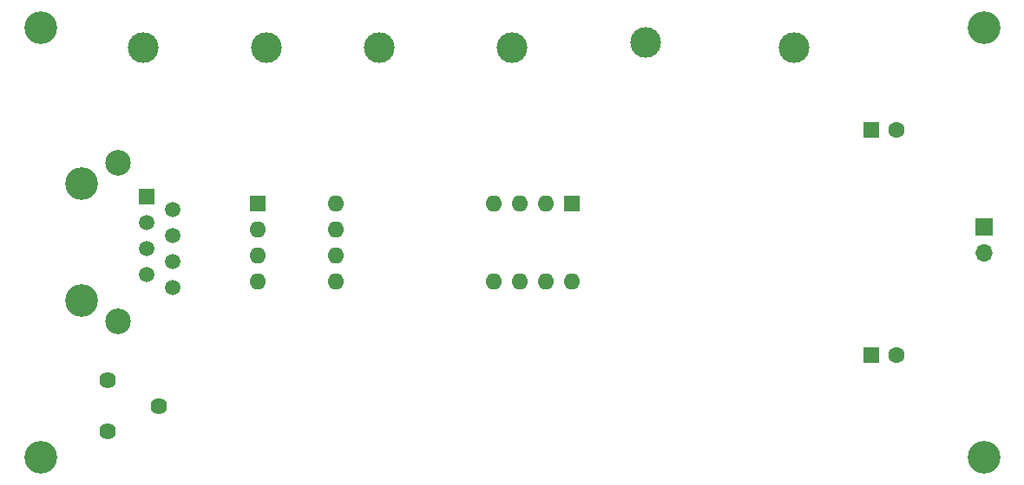
<source format=gbs>
G04 #@! TF.GenerationSoftware,KiCad,Pcbnew,7.0.7*
G04 #@! TF.CreationDate,2023-10-30T12:22:07+01:00*
G04 #@! TF.ProjectId,Speaker,53706561-6b65-4722-9e6b-696361645f70,rev?*
G04 #@! TF.SameCoordinates,Original*
G04 #@! TF.FileFunction,Soldermask,Bot*
G04 #@! TF.FilePolarity,Negative*
%FSLAX46Y46*%
G04 Gerber Fmt 4.6, Leading zero omitted, Abs format (unit mm)*
G04 Created by KiCad (PCBNEW 7.0.7) date 2023-10-30 12:22:07*
%MOMM*%
%LPD*%
G01*
G04 APERTURE LIST*
%ADD10C,3.200000*%
%ADD11C,3.000000*%
%ADD12R,1.600000X1.600000*%
%ADD13O,1.600000X1.600000*%
%ADD14C,1.600000*%
%ADD15C,1.620000*%
%ADD16R,1.500000X1.500000*%
%ADD17C,1.500000*%
%ADD18C,2.500000*%
%ADD19R,1.700000X1.700000*%
%ADD20O,1.700000X1.700000*%
G04 APERTURE END LIST*
D10*
X197000000Y-79000000D03*
D11*
X138000000Y-81000000D03*
X127000000Y-81000000D03*
D10*
X105000000Y-79000000D03*
X105000000Y-121000000D03*
D11*
X164000000Y-80500000D03*
X115000000Y-81000000D03*
X178500000Y-81000000D03*
D12*
X126200000Y-96200000D03*
D13*
X126200000Y-98740000D03*
X126200000Y-101280000D03*
X126200000Y-103820000D03*
X133820000Y-103820000D03*
X133820000Y-101280000D03*
X133820000Y-98740000D03*
X133820000Y-96200000D03*
D11*
X151000000Y-81000000D03*
D12*
X186000000Y-89000000D03*
D14*
X188500000Y-89000000D03*
D15*
X111500000Y-118500000D03*
X116500000Y-116000000D03*
X111500000Y-113500000D03*
D10*
X109000000Y-94285000D03*
X109000000Y-105715000D03*
D16*
X115350000Y-95555000D03*
D17*
X117890000Y-96825000D03*
X115350000Y-98095000D03*
X117890000Y-99365000D03*
X115350000Y-100635000D03*
X117890000Y-101905000D03*
X115350000Y-103175000D03*
X117890000Y-104445000D03*
D18*
X112556000Y-92253000D03*
X112556000Y-107747000D03*
D19*
X197000000Y-98460000D03*
D20*
X197000000Y-101000000D03*
D12*
X156800000Y-96200000D03*
D13*
X154260000Y-96200000D03*
X151720000Y-96200000D03*
X149180000Y-96200000D03*
X149180000Y-103820000D03*
X151720000Y-103820000D03*
X154260000Y-103820000D03*
X156800000Y-103820000D03*
D12*
X186000000Y-111000000D03*
D14*
X188500000Y-111000000D03*
D10*
X197000000Y-121000000D03*
M02*

</source>
